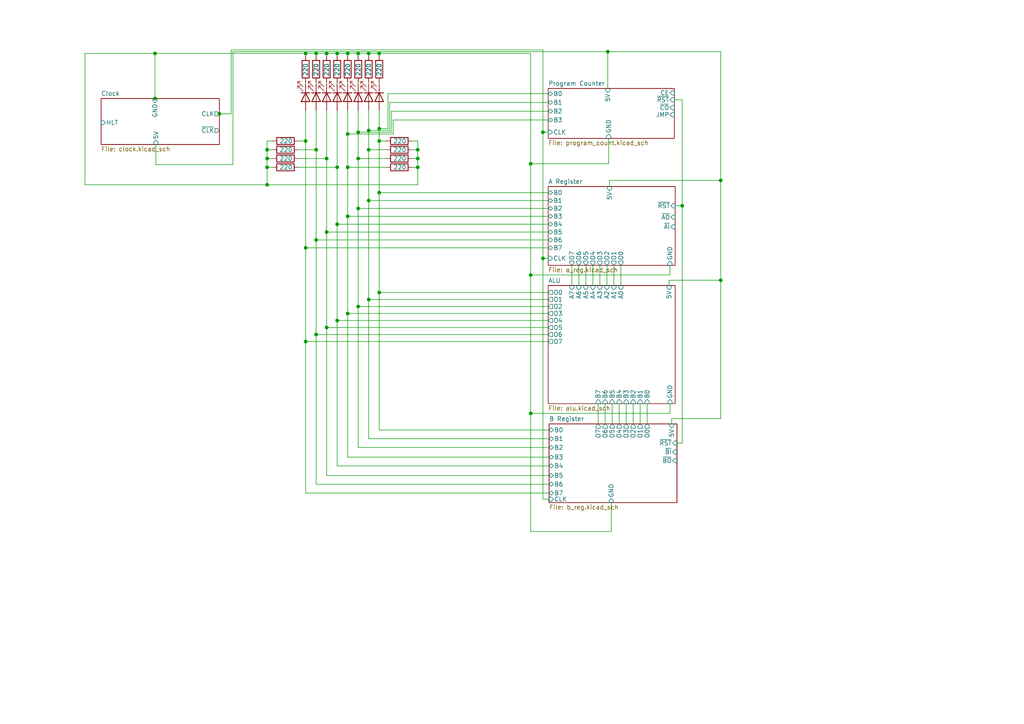
<source format=kicad_sch>
(kicad_sch (version 20211123) (generator eeschema)
  (paper "A4")
  (lib_symbols
    (symbol "Device:LED" (pin_numbers hide) (pin_names (offset 1.016) hide)
      (property "Reference" "D" (at 0 2.54 0))
      (property "Value" "LED" (at 0 -2.54 0))
      (symbol "LED_0_1"
        (polyline (pts (xy -1.27 -1.27) (xy -1.27 1.27)) (stroke (width 0.254)))
        (polyline (pts (xy -1.27 0) (xy 1.27 0)))
        (polyline (pts (xy 1.27 -1.27) (xy 1.27 1.27) (xy -1.27 0) (xy 1.27 -1.27)) (stroke (width 0.254)))
        (polyline (pts (xy -3.048 -0.762) (xy -4.572 -2.286) (xy -3.81 -2.286) (xy -4.572 -2.286) (xy -4.572 -1.524)))
        (polyline (pts (xy -1.778 -0.762) (xy -3.302 -2.286) (xy -2.54 -2.286) (xy -3.302 -2.286) (xy -3.302 -1.524)))
      )
      (symbol "LED_1_1"
        (pin passive line (at -3.81 0 0) (length 2.54) (name "K") (number "1"))
        (pin passive line (at 3.81 0 180) (length 2.54) (name "A") (number "2"))
      )
    )
    (symbol "Device:R" (pin_numbers hide) (pin_names (offset 0))
      (property "Reference" "R" (at 2.032 0 90))
      (property "Value" "R" (at 0 0 90))
      (symbol "R_0_1"
        (rectangle (start -1.016 -2.54) (end 1.016 2.54) (stroke (width 0.254)))
      )
      (symbol "R_1_1"
        (pin passive line (at 0 3.81 270) (length 1.27) (name "~") (number "1"))
        (pin passive line (at 0 -3.81 90) (length 1.27) (name "~") (number "2"))
      )
    )
  )
  (junction (at 77.47 45.974))
  (junction (at 100.838 48.514))
  (junction (at 97.79 65.024))
  (junction (at 103.886 60.452))
  (junction (at 121.158 45.974))
  (junction (at 109.982 84.836))
  (junction (at 44.958 15.494))
  (junction (at 63.627 33.02))
  (junction (at 157.48 74.93))
  (junction (at 109.982 40.894))
  (junction (at 106.934 58.166))
  (junction (at 106.934 37.846))
  (junction (at 103.886 45.974))
  (junction (at 94.742 45.974))
  (junction (at 97.79 48.514))
  (junction (at 121.158 43.434))
  (junction (at 91.694 15.494))
  (junction (at 209.042 52.324))
  (junction (at 88.646 99.06))
  (junction (at 176.276 14.986))
  (junction (at 100.838 15.494))
  (junction (at 157.48 38.354))
  (junction (at 103.886 15.494))
  (junction (at 94.742 15.494))
  (junction (at 100.838 38.862))
  (junction (at 91.694 97.028))
  (junction (at 106.934 43.434))
  (junction (at 91.694 69.596))
  (junction (at 77.47 48.514))
  (junction (at 44.958 28.575))
  (junction (at 103.886 38.354))
  (junction (at 121.158 48.514))
  (junction (at 209.042 81.28))
  (junction (at 94.742 94.996))
  (junction (at 91.694 43.434))
  (junction (at 153.924 47.498))
  (junction (at 88.646 40.894))
  (junction (at 103.886 88.9))
  (junction (at 97.79 92.964))
  (junction (at 97.79 15.494))
  (junction (at 153.924 119.888))
  (junction (at 109.982 37.338))
  (junction (at 88.646 15.494))
  (junction (at 100.838 90.932))
  (junction (at 77.47 53.594))
  (junction (at 100.838 62.738))
  (junction (at 109.982 55.88))
  (junction (at 88.646 71.882))
  (junction (at 94.742 67.31))
  (junction (at 106.934 86.868))
  (junction (at 106.934 15.494))
  (junction (at 153.924 79.756))
  (junction (at 197.866 59.69))
  (junction (at 77.47 43.434))
  (junction (at 109.982 15.494))
  (wire (pts (xy 100.838 38.862) (xy 114.046 38.862)))
  (wire (pts (xy 173.482 117.094) (xy 173.482 122.936)))
  (wire (pts (xy 77.47 53.594) (xy 77.47 48.514)))
  (wire (pts (xy 109.982 15.494) (xy 109.982 16.256)))
  (wire (pts (xy 77.47 45.974) (xy 78.994 45.974)))
  (wire (pts (xy 194.056 81.28) (xy 194.056 82.804)))
  (wire (pts (xy 77.47 45.974) (xy 77.47 43.434)))
  (wire (pts (xy 44.958 15.494) (xy 88.646 15.494)))
  (wire (pts (xy 121.158 53.594) (xy 121.158 48.514)))
  (wire (pts (xy 181.61 117.094) (xy 181.61 122.936)))
  (wire (pts (xy 97.79 32.004) (xy 97.79 48.514)))
  (wire (pts (xy 106.934 32.004) (xy 106.934 37.846)))
  (wire (pts (xy 153.924 154.178) (xy 177.292 154.178)))
  (wire (pts (xy 114.046 38.862) (xy 114.046 34.798)))
  (wire (pts (xy 100.838 38.862) (xy 100.838 48.514)))
  (wire (pts (xy 106.934 37.846) (xy 106.934 43.434)))
  (wire (pts (xy 91.694 97.028) (xy 159.004 97.028)))
  (wire (pts (xy 97.79 65.024) (xy 159.004 65.024)))
  (wire (pts (xy 178.054 76.962) (xy 178.054 82.804)))
  (wire (pts (xy 209.042 14.986) (xy 176.276 14.986)))
  (wire (pts (xy 91.694 69.596) (xy 159.004 69.596)))
  (wire (pts (xy 109.982 37.338) (xy 109.982 32.004)))
  (wire (pts (xy 88.646 23.876) (xy 88.646 24.384)))
  (wire (pts (xy 24.638 15.494) (xy 24.638 53.594)))
  (wire (pts (xy 209.042 81.28) (xy 209.042 121.412)))
  (wire (pts (xy 109.982 37.338) (xy 109.982 40.894)))
  (wire (pts (xy 91.694 15.494) (xy 94.742 15.494)))
  (wire (pts (xy 97.79 65.024) (xy 97.79 92.964)))
  (wire (pts (xy 113.538 38.354) (xy 103.886 38.354)))
  (wire (pts (xy 91.694 140.462) (xy 159.258 140.462)))
  (wire (pts (xy 121.158 40.894) (xy 119.634 40.894)))
  (wire (pts (xy 153.924 79.756) (xy 194.31 79.756)))
  (wire (pts (xy 91.694 15.494) (xy 91.694 16.256)))
  (wire (pts (xy 159.004 32.258) (xy 113.538 32.258)))
  (wire (pts (xy 77.47 43.434) (xy 77.47 40.894)))
  (wire (pts (xy 109.982 55.88) (xy 159.004 55.88)))
  (wire (pts (xy 121.158 43.434) (xy 121.158 40.894)))
  (wire (pts (xy 112.522 27.178) (xy 112.522 37.338)))
  (wire (pts (xy 91.694 97.028) (xy 91.694 140.462)))
  (wire (pts (xy 88.646 32.004) (xy 88.646 40.894)))
  (wire (pts (xy 113.03 29.718) (xy 159.004 29.718)))
  (wire (pts (xy 121.158 48.514) (xy 121.158 45.974)))
  (wire (pts (xy 103.886 129.794) (xy 159.258 129.794)))
  (wire (pts (xy 88.646 15.494) (xy 88.646 16.256)))
  (wire (pts (xy 109.982 84.836) (xy 159.004 84.836)))
  (wire (pts (xy 194.31 76.962) (xy 194.31 79.756)))
  (wire (pts (xy 121.158 45.974) (xy 121.158 43.434)))
  (wire (pts (xy 171.958 76.962) (xy 171.958 82.804)))
  (wire (pts (xy 88.646 15.494) (xy 91.694 15.494)))
  (wire (pts (xy 100.838 48.514) (xy 112.014 48.514)))
  (wire (pts (xy 159.258 137.922) (xy 94.742 137.922)))
  (wire (pts (xy 77.47 40.894) (xy 78.994 40.894)))
  (wire (pts (xy 194.056 81.28) (xy 209.042 81.28)))
  (wire (pts (xy 94.742 15.494) (xy 94.742 16.256)))
  (wire (pts (xy 159.004 90.932) (xy 100.838 90.932)))
  (wire (pts (xy 88.646 99.06) (xy 88.646 143.002)))
  (wire (pts (xy 109.982 124.714) (xy 159.258 124.714)))
  (wire (pts (xy 45.212 41.91) (xy 45.212 47.752)))
  (wire (pts (xy 176.022 76.962) (xy 176.022 82.804)))
  (wire (pts (xy 97.79 92.964) (xy 97.79 135.128)))
  (wire (pts (xy 44.958 28.575) (xy 44.958 15.494)))
  (wire (pts (xy 176.53 47.498) (xy 176.53 40.132)))
  (wire (pts (xy 100.838 62.738) (xy 159.004 62.738)))
  (wire (pts (xy 106.934 37.846) (xy 113.03 37.846)))
  (wire (pts (xy 109.982 84.836) (xy 109.982 124.714)))
  (wire (pts (xy 119.634 43.434) (xy 121.158 43.434)))
  (wire (pts (xy 94.742 15.494) (xy 97.79 15.494)))
  (wire (pts (xy 94.742 94.996) (xy 94.742 137.922)))
  (wire (pts (xy 100.838 48.514) (xy 100.838 62.738)))
  (wire (pts (xy 119.634 48.514) (xy 121.158 48.514)))
  (wire (pts (xy 97.79 15.494) (xy 100.838 15.494)))
  (wire (pts (xy 209.042 52.324) (xy 209.042 81.28)))
  (wire (pts (xy 88.646 99.06) (xy 159.004 99.06)))
  (wire (pts (xy 103.886 23.876) (xy 103.886 24.384)))
  (wire (pts (xy 153.924 15.494) (xy 153.924 47.498)))
  (wire (pts (xy 94.742 45.974) (xy 94.742 67.31)))
  (wire (pts (xy 100.838 15.494) (xy 100.838 16.256)))
  (wire (pts (xy 103.886 15.494) (xy 106.934 15.494)))
  (wire (pts (xy 157.48 144.78) (xy 159.258 144.78)))
  (wire (pts (xy 113.538 32.258) (xy 113.538 38.354)))
  (wire (pts (xy 77.47 48.514) (xy 77.47 45.974)))
  (wire (pts (xy 91.694 43.434) (xy 91.694 69.596)))
  (wire (pts (xy 67.056 14.478) (xy 157.48 14.478)))
  (wire (pts (xy 86.614 40.894) (xy 88.646 40.894)))
  (wire (pts (xy 94.742 94.996) (xy 159.004 94.996)))
  (wire (pts (xy 106.934 15.494) (xy 109.982 15.494)))
  (wire (pts (xy 100.838 62.738) (xy 100.838 90.932)))
  (wire (pts (xy 197.866 59.69) (xy 195.834 59.69)))
  (wire (pts (xy 187.706 117.094) (xy 187.706 122.936)))
  (wire (pts (xy 153.924 79.756) (xy 153.924 119.888)))
  (wire (pts (xy 86.614 43.434) (xy 91.694 43.434)))
  (wire (pts (xy 119.634 45.974) (xy 121.158 45.974)))
  (wire (pts (xy 97.79 92.964) (xy 159.004 92.964)))
  (wire (pts (xy 106.934 15.494) (xy 106.934 16.256)))
  (wire (pts (xy 103.886 15.494) (xy 103.886 16.256)))
  (wire (pts (xy 94.742 32.004) (xy 94.742 45.974)))
  (wire (pts (xy 97.79 48.514) (xy 97.79 65.024)))
  (wire (pts (xy 185.674 117.094) (xy 185.674 122.936)))
  (wire (pts (xy 179.578 117.094) (xy 179.578 122.936)))
  (wire (pts (xy 63.5 33.02) (xy 63.627 33.02)))
  (wire (pts (xy 109.982 40.894) (xy 112.014 40.894)))
  (wire (pts (xy 113.03 37.846) (xy 113.03 29.718)))
  (wire (pts (xy 176.276 25.654) (xy 176.276 14.986)))
  (wire (pts (xy 100.838 32.004) (xy 100.838 38.862)))
  (wire (pts (xy 159.258 132.588) (xy 100.838 132.588)))
  (wire (pts (xy 88.646 40.894) (xy 88.646 71.882)))
  (wire (pts (xy 197.866 59.69) (xy 197.866 128.524)))
  (wire (pts (xy 165.862 76.962) (xy 165.862 82.804)))
  (wire (pts (xy 103.886 38.354) (xy 103.886 45.974)))
  (wire (pts (xy 197.866 28.956) (xy 197.866 59.69)))
  (wire (pts (xy 176.784 52.324) (xy 176.784 54.102)))
  (wire (pts (xy 103.886 38.354) (xy 103.886 32.004)))
  (wire (pts (xy 103.886 60.452) (xy 103.886 88.9)))
  (wire (pts (xy 109.982 23.876) (xy 109.982 24.384)))
  (wire (pts (xy 94.742 23.876) (xy 94.742 24.384)))
  (wire (pts (xy 103.886 88.9) (xy 159.004 88.9)))
  (wire (pts (xy 209.042 52.324) (xy 176.784 52.324)))
  (wire (pts (xy 77.47 48.514) (xy 78.994 48.514)))
  (wire (pts (xy 44.958 28.702) (xy 44.958 28.575)))
  (wire (pts (xy 157.48 14.478) (xy 157.48 38.354)))
  (wire (pts (xy 88.646 71.882) (xy 88.646 99.06)))
  (wire (pts (xy 159.258 143.002) (xy 88.646 143.002)))
  (wire (pts (xy 173.99 76.962) (xy 173.99 82.804)))
  (wire (pts (xy 100.838 23.876) (xy 100.838 24.384)))
  (wire (pts (xy 103.886 45.974) (xy 112.014 45.974)))
  (wire (pts (xy 194.818 122.936) (xy 194.818 121.412)))
  (wire (pts (xy 106.934 58.166) (xy 159.004 58.166)))
  (wire (pts (xy 153.924 119.888) (xy 153.924 154.178)))
  (wire (pts (xy 109.982 40.894) (xy 109.982 55.88)))
  (wire (pts (xy 77.47 53.594) (xy 121.158 53.594)))
  (wire (pts (xy 109.982 55.88) (xy 109.982 84.836)))
  (wire (pts (xy 94.742 67.31) (xy 94.742 94.996)))
  (wire (pts (xy 86.614 45.974) (xy 94.742 45.974)))
  (wire (pts (xy 177.546 117.094) (xy 177.546 122.936)))
  (wire (pts (xy 177.292 145.796) (xy 177.292 154.178)))
  (wire (pts (xy 77.47 43.434) (xy 78.994 43.434)))
  (wire (pts (xy 176.276 14.986) (xy 67.564 14.986)))
  (wire (pts (xy 94.742 67.31) (xy 159.004 67.31)))
  (wire (pts (xy 180.086 76.962) (xy 180.086 82.804)))
  (wire (pts (xy 197.866 128.524) (xy 196.342 128.524)))
  (wire (pts (xy 24.638 53.594) (xy 77.47 53.594)))
  (wire (pts (xy 67.564 14.986) (xy 67.564 47.752)))
  (wire (pts (xy 157.48 74.93) (xy 157.48 144.78)))
  (wire (pts (xy 106.934 58.166) (xy 106.934 86.868)))
  (wire (pts (xy 63.627 33.02) (xy 67.056 33.02)))
  (wire (pts (xy 106.934 43.434) (xy 106.934 58.166)))
  (wire (pts (xy 103.886 45.974) (xy 103.886 60.452)))
  (wire (pts (xy 67.564 47.752) (xy 45.212 47.752)))
  (wire (pts (xy 86.614 48.514) (xy 97.79 48.514)))
  (wire (pts (xy 97.79 15.494) (xy 97.79 16.256)))
  (wire (pts (xy 153.924 47.498) (xy 153.924 79.756)))
  (wire (pts (xy 157.48 38.354) (xy 157.48 74.93)))
  (wire (pts (xy 88.646 71.882) (xy 159.004 71.882)))
  (wire (pts (xy 106.934 86.868) (xy 106.934 127.254)))
  (wire (pts (xy 100.838 15.494) (xy 103.886 15.494)))
  (wire (pts (xy 169.926 76.962) (xy 169.926 82.804)))
  (wire (pts (xy 91.694 69.596) (xy 91.694 97.028)))
  (wire (pts (xy 159.004 27.178) (xy 112.522 27.178)))
  (wire (pts (xy 106.934 86.868) (xy 159.004 86.868)))
  (wire (pts (xy 153.924 119.888) (xy 194.31 119.888)))
  (wire (pts (xy 167.894 76.962) (xy 167.894 82.804)))
  (wire (pts (xy 103.886 88.9) (xy 103.886 129.794)))
  (wire (pts (xy 194.818 121.412) (xy 209.042 121.412)))
  (wire (pts (xy 157.48 38.354) (xy 159.004 38.354)))
  (wire (pts (xy 67.056 33.02) (xy 67.056 14.478)))
  (wire (pts (xy 100.838 90.932) (xy 100.838 132.588)))
  (wire (pts (xy 114.046 34.798) (xy 159.004 34.798)))
  (wire (pts (xy 209.042 52.324) (xy 209.042 14.986)))
  (wire (pts (xy 103.886 60.452) (xy 159.004 60.452)))
  (wire (pts (xy 175.514 117.094) (xy 175.514 122.936)))
  (wire (pts (xy 194.31 117.094) (xy 194.31 119.888)))
  (wire (pts (xy 91.694 23.876) (xy 91.694 24.384)))
  (wire (pts (xy 97.79 23.876) (xy 97.79 24.384)))
  (wire (pts (xy 153.924 47.498) (xy 176.53 47.498)))
  (wire (pts (xy 183.642 117.094) (xy 183.642 122.936)))
  (wire (pts (xy 106.934 43.434) (xy 112.014 43.434)))
  (wire (pts (xy 157.48 74.93) (xy 159.004 74.93)))
  (wire (pts (xy 44.958 15.494) (xy 24.638 15.494)))
  (wire (pts (xy 109.982 15.494) (xy 153.924 15.494)))
  (wire (pts (xy 112.522 37.338) (xy 109.982 37.338)))
  (wire (pts (xy 97.79 135.128) (xy 159.258 135.128)))
  (wire (pts (xy 159.258 127.254) (xy 106.934 127.254)))
  (wire (pts (xy 91.694 32.004) (xy 91.694 43.434)))
  (wire (pts (xy 106.934 23.876) (xy 106.934 24.384)))
  (wire (pts (xy 195.58 28.956) (xy 197.866 28.956)))
  (symbol (lib_id "Device:R") (at 82.804 40.894 270) (unit 1)
    (property "Reference" "R?" (effects hide))
    (property "Value" "220" (at 81.026 40.894 90) (effects (justify left)))
  )
  (symbol (lib_id "Device:R") (at 94.742 20.066 180) (unit 1)
    (property "Reference" "R?" (effects hide))
    (property "Value" "220" (at 94.742 18.288 90) (effects (justify left)))
  )
  (symbol (lib_id "Device:R") (at 109.982 20.066 180) (unit 1)
    (property "Reference" "R?" (effects hide))
    (property "Value" "220" (at 109.982 18.288 90) (effects (justify left)))
  )
  (symbol (lib_id "Device:R") (at 115.824 48.514 270) (unit 1)
    (property "Reference" "R?" (effects hide))
    (property "Value" "220" (at 114.046 48.514 90) (effects (justify left)))
  )
  (symbol (lib_id "Device:LED") (at 94.742 28.194 270) (unit 1)
    (property "Reference" "D?" (effects hide))
    (property "Value" "Yellow LED" (effects hide))
  )
  (symbol (lib_id "Device:R") (at 97.79 20.066 180) (unit 1)
    (property "Reference" "R?" (effects hide))
    (property "Value" "220" (at 97.79 18.288 90) (effects (justify left)))
  )
  (symbol (lib_id "Device:LED") (at 100.838 28.194 270) (unit 1)
    (property "Reference" "D?" (effects hide))
    (property "Value" "Yellow LED" (effects hide))
  )
  (symbol (lib_id "Device:LED") (at 103.886 28.194 270) (unit 1)
    (property "Reference" "D?" (effects hide))
    (property "Value" "Yellow LED" (effects hide))
  )
  (symbol (lib_id "Device:R") (at 91.694 20.066 180) (unit 1)
    (property "Reference" "R?" (effects hide))
    (property "Value" "220" (at 91.694 18.288 90) (effects (justify left)))
  )
  (symbol (lib_id "Device:LED") (at 97.79 28.194 270) (unit 1)
    (property "Reference" "D?" (effects hide))
    (property "Value" "Yellow LED" (effects hide))
  )
  (symbol (lib_id "Device:R") (at 82.804 45.974 270) (unit 1)
    (property "Reference" "R?" (effects hide))
    (property "Value" "220" (at 81.026 45.974 90) (effects (justify left)))
  )
  (symbol (lib_id "Device:R") (at 82.804 48.514 270) (unit 1)
    (property "Reference" "R?" (effects hide))
    (property "Value" "220" (at 81.026 48.514 90) (effects (justify left)))
  )
  (symbol (lib_id "Device:R") (at 115.824 40.894 270) (unit 1)
    (property "Reference" "R?" (effects hide))
    (property "Value" "220" (at 114.046 40.894 90) (effects (justify left)))
  )
  (symbol (lib_id "Device:LED") (at 91.694 28.194 270) (unit 1)
    (property "Reference" "D?" (effects hide))
    (property "Value" "Yellow LED" (effects hide))
  )
  (symbol (lib_id "Device:LED") (at 106.934 28.194 270) (unit 1)
    (property "Reference" "D?" (effects hide))
    (property "Value" "Yellow LED" (effects hide))
  )
  (symbol (lib_id "Device:R") (at 103.886 20.066 180) (unit 1)
    (property "Reference" "R?" (effects hide))
    (property "Value" "220" (at 103.886 18.288 90) (effects (justify left)))
  )
  (symbol (lib_id "Device:R") (at 106.934 20.066 180) (unit 1)
    (property "Reference" "R?" (effects hide))
    (property "Value" "220" (at 106.934 18.288 90) (effects (justify left)))
  )
  (symbol (lib_id "Device:R") (at 82.804 43.434 270) (unit 1)
    (property "Reference" "R?" (effects hide))
    (property "Value" "220" (at 81.026 43.434 90) (effects (justify left)))
  )
  (symbol (lib_id "Device:R") (at 115.824 45.974 270) (unit 1)
    (property "Reference" "R?" (effects hide))
    (property "Value" "220" (at 114.046 45.974 90) (effects (justify left)))
  )
  (symbol (lib_id "Device:R") (at 100.838 20.066 180) (unit 1)
    (property "Reference" "R?" (effects hide))
    (property "Value" "220" (at 100.838 18.288 90) (effects (justify left)))
  )
  (symbol (lib_id "Device:LED") (at 88.646 28.194 270) (unit 1)
    (property "Reference" "D?" (effects hide))
    (property "Value" "Yellow LED" (effects hide))
  )
  (symbol (lib_id "Device:R") (at 88.646 20.066 180) (unit 1)
    (property "Reference" "R?" (effects hide))
    (property "Value" "220" (at 88.646 18.288 90) (effects (justify left)))
  )
  (symbol (lib_id "Device:LED") (at 109.982 28.194 270) (unit 1)
    (property "Reference" "D?" (effects hide))
    (property "Value" "Yellow LED" (effects hide))
  )
  (symbol (lib_id "Device:R") (at 115.824 43.434 270) (unit 1)
    (property "Reference" "R?" (effects hide))
    (property "Value" "220" (at 114.046 43.434 90) (effects (justify left)))
  )
  (sheet (at 159.004 25.654) (size 36.576 14.478) (stroke (width 0.1524))
    (property "Sheet name" "Program Counter" (at 159.004 24.9424 0) (effects (justify left bottom)))
    (property "Sheet file" "program_count.kicad_sch" (at 159.004 40.7166 0) (effects (justify left top)))
    (pin "CLK" input (at 159.004 38.354 180))
    (pin "GND" input (at 176.53 40.132 270))
    (pin "~{RST}" input (at 195.58 28.956 0))
    (pin "~{CO}" input (at 195.58 31.242 0))
    (pin "5V" input (at 176.276 25.654 90))
    (pin "JMP" input (at 195.58 33.274 0))
    (pin "CE" input (at 195.58 26.924 0))
    (pin "B0" bidirectional (at 159.004 27.178 180))
    (pin "B2" bidirectional (at 159.004 32.258 180))
    (pin "B1" bidirectional (at 159.004 29.718 180))
    (pin "B3" bidirectional (at 159.004 34.798 180))
  )
  (sheet (at 159.258 122.936) (size 37.084 22.86) (stroke (width 0.1524))
    (property "Sheet name" "B Register" (at 159.258 122.2244 0) (effects (justify left bottom)))
    (property "Sheet file" "b_reg.kicad_sch" (at 159.258 146.3806 0) (effects (justify left top)))
    (pin "B0" bidirectional (at 159.258 124.714 180))
    (pin "B1" bidirectional (at 159.258 127.254 180))
    (pin "B5" bidirectional (at 159.258 137.922 180))
    (pin "B2" bidirectional (at 159.258 129.794 180))
    (pin "B6" bidirectional (at 159.258 140.462 180))
    (pin "B4" bidirectional (at 159.258 135.128 180))
    (pin "B7" bidirectional (at 159.258 143.002 180))
    (pin "B3" bidirectional (at 159.258 132.588 180))
    (pin "CLK" input (at 159.258 144.78 180))
    (pin "~{BI}" input (at 196.342 131.064 0))
    (pin "GND" input (at 177.292 145.796 270))
    (pin "5V" input (at 194.818 122.936 90))
    (pin "~{RST}" input (at 196.342 128.524 0))
    (pin "~{BO}" input (at 196.342 133.604 0))
    (pin "O7" output (at 173.482 122.936 90))
    (pin "O2" output (at 183.642 122.936 90))
    (pin "O0" output (at 187.706 122.936 90))
    (pin "O3" output (at 181.61 122.936 90))
    (pin "O1" output (at 185.674 122.936 90))
    (pin "O5" output (at 177.546 122.936 90))
    (pin "O6" output (at 175.514 122.936 90))
    (pin "O4" output (at 179.578 122.936 90))
  )
  (sheet (at 29.337 28.575) (size 34.29 13.335) (stroke (width 0.1524))
    (property "Sheet name" "Clock" (at 29.337 27.8634 0) (effects (justify left bottom)))
    (property "Sheet file" "clock.kicad_sch" (at 29.337 42.4946 0) (effects (justify left top)))
    (pin "GND" input (at 44.958 28.575 90))
    (pin "~{CLK}" output (at 63.627 37.846 0))
    (pin "CLK" output (at 63.627 33.02 0))
    (pin "5V" input (at 45.212 41.91 270))
    (pin "HLT" input (at 29.337 35.56 180))
  )
  (sheet (at 159.004 82.804) (size 36.83 34.29) (stroke (width 0.1524))
    (property "Sheet name" "ALU" (at 159.004 82.0924 0) (effects (justify left bottom)))
    (property "Sheet file" "alu.kicad_sch" (at 159.004 117.6786 0) (effects (justify left top)))
    (pin "B5" input (at 177.546 117.094 270))
    (pin "B2" input (at 183.642 117.094 270))
    (pin "B4" input (at 179.578 117.094 270))
    (pin "B6" input (at 175.514 117.094 270))
    (pin "B3" input (at 181.61 117.094 270))
    (pin "B7" input (at 173.482 117.094 270))
    (pin "B0" input (at 187.706 117.094 270))
    (pin "B1" input (at 185.674 117.094 270))
    (pin "GND" input (at 194.31 117.094 270))
    (pin "5V" input (at 194.056 82.804 90))
    (pin "A0" input (at 180.086 82.804 90))
    (pin "A1" input (at 178.054 82.804 90))
    (pin "A7" input (at 165.862 82.804 90))
    (pin "A4" input (at 171.958 82.804 90))
    (pin "A2" input (at 176.022 82.804 90))
    (pin "A3" input (at 173.99 82.804 90))
    (pin "A6" input (at 167.894 82.804 90))
    (pin "A5" input (at 169.926 82.804 90))
    (pin "O0" output (at 159.004 84.836 180))
    (pin "O4" output (at 159.004 92.964 180))
    (pin "O5" output (at 159.004 94.996 180))
    (pin "O1" output (at 159.004 86.868 180))
    (pin "O2" output (at 159.004 88.9 180))
    (pin "O3" output (at 159.004 90.932 180))
    (pin "O6" output (at 159.004 97.028 180))
    (pin "O7" output (at 159.004 99.06 180))
  )
  (sheet (at 159.004 54.102) (size 36.83 22.86) (stroke (width 0.1524))
    (property "Sheet name" "A Register" (at 159.004 53.3904 0) (effects (justify left bottom)))
    (property "Sheet file" "a_reg.kicad_sch" (at 159.004 77.5466 0) (effects (justify left top)))
    (pin "B7" bidirectional (at 159.004 71.882 180))
    (pin "B0" bidirectional (at 159.004 55.88 180))
    (pin "B2" bidirectional (at 159.004 60.452 180))
    (pin "B1" bidirectional (at 159.004 58.166 180))
    (pin "B6" bidirectional (at 159.004 69.596 180))
    (pin "B5" bidirectional (at 159.004 67.31 180))
    (pin "B3" bidirectional (at 159.004 62.738 180))
    (pin "B4" bidirectional (at 159.004 65.024 180))
    (pin "CLK" input (at 159.004 74.93 180))
    (pin "GND" input (at 194.31 76.962 270))
    (pin "5V" input (at 176.784 54.102 90))
    (pin "~{AI}" input (at 195.834 65.786 0))
    (pin "~{RST}" input (at 195.834 59.69 0))
    (pin "~{AO}" input (at 195.834 62.992 0))
    (pin "O1" output (at 178.054 76.962 270))
    (pin "O3" output (at 173.99 76.962 270))
    (pin "O0" output (at 180.086 76.962 270))
    (pin "O2" output (at 176.022 76.962 270))
    (pin "O5" output (at 169.926 76.962 270))
    (pin "O6" output (at 167.894 76.962 270))
    (pin "O4" output (at 171.958 76.962 270))
    (pin "O7" output (at 165.862 76.962 270))
  )
)
</source>
